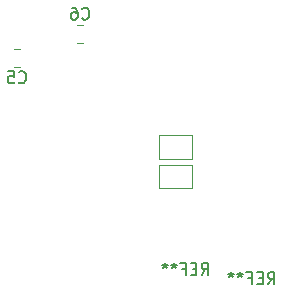
<source format=gbr>
%TF.GenerationSoftware,KiCad,Pcbnew,(6.0.2-0)*%
%TF.CreationDate,2023-10-19T17:34:19-05:00*%
%TF.ProjectId,airsticks_pcb,61697273-7469-4636-9b73-5f7063622e6b,rev?*%
%TF.SameCoordinates,Original*%
%TF.FileFunction,Legend,Bot*%
%TF.FilePolarity,Positive*%
%FSLAX46Y46*%
G04 Gerber Fmt 4.6, Leading zero omitted, Abs format (unit mm)*
G04 Created by KiCad (PCBNEW (6.0.2-0)) date 2023-10-19 17:34:19*
%MOMM*%
%LPD*%
G01*
G04 APERTURE LIST*
%ADD10C,0.150000*%
%ADD11C,0.120000*%
G04 APERTURE END LIST*
D10*
%TO.C,REF\u002A\u002A*%
X50233333Y-80152380D02*
X50566666Y-79676190D01*
X50804761Y-80152380D02*
X50804761Y-79152380D01*
X50423809Y-79152380D01*
X50328571Y-79200000D01*
X50280952Y-79247619D01*
X50233333Y-79342857D01*
X50233333Y-79485714D01*
X50280952Y-79580952D01*
X50328571Y-79628571D01*
X50423809Y-79676190D01*
X50804761Y-79676190D01*
X49804761Y-79628571D02*
X49471428Y-79628571D01*
X49328571Y-80152380D02*
X49804761Y-80152380D01*
X49804761Y-79152380D01*
X49328571Y-79152380D01*
X48566666Y-79628571D02*
X48900000Y-79628571D01*
X48900000Y-80152380D02*
X48900000Y-79152380D01*
X48423809Y-79152380D01*
X47900000Y-79152380D02*
X47900000Y-79390476D01*
X48138095Y-79295238D02*
X47900000Y-79390476D01*
X47661904Y-79295238D01*
X48042857Y-79580952D02*
X47900000Y-79390476D01*
X47757142Y-79580952D01*
X47138095Y-79152380D02*
X47138095Y-79390476D01*
X47376190Y-79295238D02*
X47138095Y-79390476D01*
X46900000Y-79295238D01*
X47280952Y-79580952D02*
X47138095Y-79390476D01*
X46995238Y-79580952D01*
%TO.C,C6*%
X40116666Y-58452142D02*
X40164285Y-58499761D01*
X40307142Y-58547380D01*
X40402380Y-58547380D01*
X40545238Y-58499761D01*
X40640476Y-58404523D01*
X40688095Y-58309285D01*
X40735714Y-58118809D01*
X40735714Y-57975952D01*
X40688095Y-57785476D01*
X40640476Y-57690238D01*
X40545238Y-57595000D01*
X40402380Y-57547380D01*
X40307142Y-57547380D01*
X40164285Y-57595000D01*
X40116666Y-57642619D01*
X39259523Y-57547380D02*
X39450000Y-57547380D01*
X39545238Y-57595000D01*
X39592857Y-57642619D01*
X39688095Y-57785476D01*
X39735714Y-57975952D01*
X39735714Y-58356904D01*
X39688095Y-58452142D01*
X39640476Y-58499761D01*
X39545238Y-58547380D01*
X39354761Y-58547380D01*
X39259523Y-58499761D01*
X39211904Y-58452142D01*
X39164285Y-58356904D01*
X39164285Y-58118809D01*
X39211904Y-58023571D01*
X39259523Y-57975952D01*
X39354761Y-57928333D01*
X39545238Y-57928333D01*
X39640476Y-57975952D01*
X39688095Y-58023571D01*
X39735714Y-58118809D01*
%TO.C,C5*%
X34766666Y-63837142D02*
X34814285Y-63884761D01*
X34957142Y-63932380D01*
X35052380Y-63932380D01*
X35195238Y-63884761D01*
X35290476Y-63789523D01*
X35338095Y-63694285D01*
X35385714Y-63503809D01*
X35385714Y-63360952D01*
X35338095Y-63170476D01*
X35290476Y-63075238D01*
X35195238Y-62980000D01*
X35052380Y-62932380D01*
X34957142Y-62932380D01*
X34814285Y-62980000D01*
X34766666Y-63027619D01*
X33861904Y-62932380D02*
X34338095Y-62932380D01*
X34385714Y-63408571D01*
X34338095Y-63360952D01*
X34242857Y-63313333D01*
X34004761Y-63313333D01*
X33909523Y-63360952D01*
X33861904Y-63408571D01*
X33814285Y-63503809D01*
X33814285Y-63741904D01*
X33861904Y-63837142D01*
X33909523Y-63884761D01*
X34004761Y-63932380D01*
X34242857Y-63932380D01*
X34338095Y-63884761D01*
X34385714Y-63837142D01*
%TO.C,REF\u002A\u002A*%
X55833333Y-80952380D02*
X56166666Y-80476190D01*
X56404761Y-80952380D02*
X56404761Y-79952380D01*
X56023809Y-79952380D01*
X55928571Y-80000000D01*
X55880952Y-80047619D01*
X55833333Y-80142857D01*
X55833333Y-80285714D01*
X55880952Y-80380952D01*
X55928571Y-80428571D01*
X56023809Y-80476190D01*
X56404761Y-80476190D01*
X55404761Y-80428571D02*
X55071428Y-80428571D01*
X54928571Y-80952380D02*
X55404761Y-80952380D01*
X55404761Y-79952380D01*
X54928571Y-79952380D01*
X54166666Y-80428571D02*
X54500000Y-80428571D01*
X54500000Y-80952380D02*
X54500000Y-79952380D01*
X54023809Y-79952380D01*
X53500000Y-79952380D02*
X53500000Y-80190476D01*
X53738095Y-80095238D02*
X53500000Y-80190476D01*
X53261904Y-80095238D01*
X53642857Y-80380952D02*
X53500000Y-80190476D01*
X53357142Y-80380952D01*
X52738095Y-79952380D02*
X52738095Y-80190476D01*
X52976190Y-80095238D02*
X52738095Y-80190476D01*
X52500000Y-80095238D01*
X52880952Y-80380952D02*
X52738095Y-80190476D01*
X52595238Y-80380952D01*
D11*
X49425000Y-70850000D02*
X46625000Y-70850000D01*
X46625000Y-70850000D02*
X46625000Y-72850000D01*
X49425000Y-72850000D02*
X49425000Y-70850000D01*
X46625000Y-72850000D02*
X49425000Y-72850000D01*
%TO.C,C6*%
X40211252Y-59040000D02*
X39688748Y-59040000D01*
X40211252Y-60510000D02*
X39688748Y-60510000D01*
%TO.C,C5*%
X34338748Y-62535000D02*
X34861252Y-62535000D01*
X34338748Y-61065000D02*
X34861252Y-61065000D01*
%TO.C,REF\u002A\u002A*%
X46625000Y-70325000D02*
X49425000Y-70325000D01*
X49425000Y-68325000D02*
X46625000Y-68325000D01*
X46625000Y-68325000D02*
X46625000Y-70325000D01*
X49425000Y-70325000D02*
X49425000Y-68325000D01*
%TD*%
M02*

</source>
